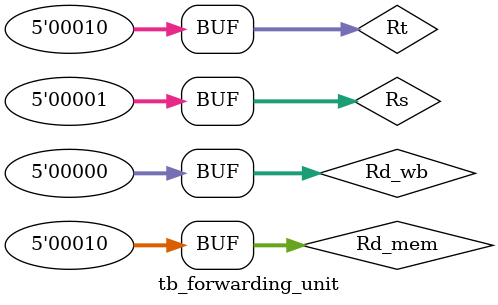
<source format=v>
module comparator(input [4:0] A, B, output C );
	wire [4:0] xnor_out;
	xnor(xnor_out[0], A[0], B[0]);
	xnor(xnor_out[1], A[1], B[1]);
	xnor(xnor_out[2], A[2], B[2]);
	xnor(xnor_out[3], A[3], B[3]);
	xnor(xnor_out[4], A[4], B[4]);
	assign C=xnor_out[0]&xnor_out[1]&xnor_out[2]&xnor_out[3]&xnor_out[4];
endmodule


/* module forwarding_unit(input [4:0] Rd_mem, Rd_wb, Rs, Rt, output [1:0] A, B);
	wire Rs_mem, Rt_mem, Rs_wb, Rt_wb;
	wire negRs_mem, negRt_mem;
	comparator	compRs_mem(Rs[4:0], Rd_mem[4:0], Rs_mem);
	comparator compRs_wb(Rs[4:0], Rd_wb[4:0], Rs_wb);
	comparator compRt_mem(Rt[4:0], Rd_mem[4:0], Rt_mem);
	comparator compRt_wb(Rt[4:0], Rd_wb[4:0], Rt_wb);
	
	not(negRs_mem, Rs_mem);
	assign A[0]= negRs_mem & Rs_wb;
	assign A[1]= Rs_mem;
	
	not(negRt_mem, Rt_mem);
	assign B[0]= negRt_mem & Rt_wb;
	assign B[1]= Rt_mem;
	
endmodule */

module forwarding_unit(input [4:0] Rd_mem, Rd_wb, Rs, Rt, output reg [1:0] Aout, Bout, input clk);

	
	wire Rs_mem, Rt_mem, Rs_wb, Rt_wb;
	wire negRs_mem, negRt_mem;
	wire [1:0] A, B;
	
	comparator compRs_mem(Rs[4:0], Rd_mem[4:0], Rs_mem);
	comparator compRs_wb(Rs[4:0], Rd_wb[4:0], Rs_wb);
	comparator compRt_mem(Rt[4:0], Rd_mem[4:0], Rt_mem);
	comparator compRt_wb(Rt[4:0], Rd_wb[4:0], Rt_wb);
	
	not(negRs_mem, Rs_mem);
	assign A[0]= negRs_mem & Rs_wb;
	assign A[1]= Rs_mem;
	
	not(negRt_mem, Rt_mem);
	assign B[0]= negRt_mem & Rt_wb;
	assign B[1]= Rt_mem;
	
	always@(negedge clk)
	begin
		case(A[1:0])
		2'b00: Aout<= 2'b00;
		2'b01: Aout<= 2'b01;
		2'b10: Aout<= 2'b10;
		2'b11: Aout<= 2'b11;
		default: Aout<= 2'b00;
		endcase
	end
	
	always@(negedge clk)
	begin
		case(B[1:0])
		2'b00: Bout<= 2'b00;
		2'b01: Bout<= 2'b01;
		2'b10: Bout<= 2'b10;
		2'b11: Bout<= 2'b11;
		default: Bout<= 2'b00;
		endcase
	end
	
		
		
endmodule


module tb_forwarding_unit();
reg [4:0] Rd_mem, Rd_wb, Rs, Rt; 
wire [1:0] A, B;
forwarding_unit fwunt(Rd_mem[4:0], Rd_wb[4:0], Rs[4:0], Rt[4:0], A[1:0], B[1:0]);
initial  begin
		Rd_mem=5'b00000;
		Rd_wb=5'b00000;
		Rs=5'b00001;
		Rt=5'b00010;
	#10
		Rd_mem=5'b00000;
		Rd_wb=5'b00000;
		Rs=5'b00001;
		Rt=5'b00010;
	#10
		Rd_mem=5'b00000;
		Rd_wb=5'b00001;
		Rs=5'b00001;
		Rt=5'b00010;
	#10
		Rd_mem=5'b00000;
		Rd_wb=5'b00010;
		Rs=5'b00001;
		Rt=5'b00010;
	#10
		Rd_mem=5'b00001;
		Rd_wb=5'b00000;
		Rs=5'b00001;
		Rt=5'b00010;
	#10
		Rd_mem=5'b00010;
		Rd_wb=5'b00000;
		Rs=5'b00001;
		Rt=5'b00010;
	
end

endmodule




</source>
